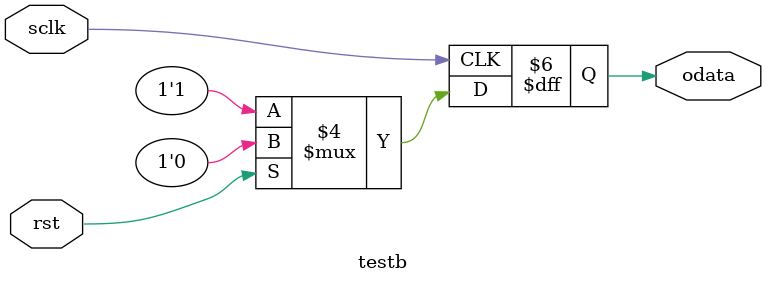
<source format=v>
module testb(
input	wire	   sclk,
input	wire 	   rst,
output  reg        odata
);

always @(posedge sclk) begin
	if(rst == 1'b1) begin
		odata <= 1'b0;
	end
	else begin
		odata <= 1'b1;
	end
end

endmodule
</source>
